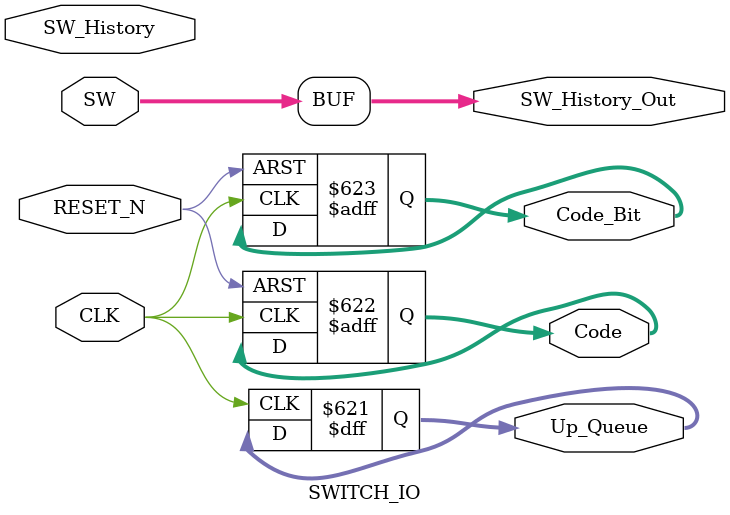
<source format=v>
`timescale 1ns / 1ps


module SWITCH_IO(
  input CLK,
  input RESET_N,
  input [9:0] SW,
  input [9:0] SW_History,

  //R£ºÎªÁË±ÜÃâÖ®ºó always ¿éÄÚ¸³Öµ½øÐÐ reg¡¢wire µÄ×ª»»£¬Ö±½Ó¶¨Òå³É reg
  output reg [7:0] Up_Queue,
  output wire [9:0] SW_History_Out,
  output reg [15:0] Code,
  output reg [2:0] Code_Bit);

  //R£ºÑ­»·¼ÆÊýÆ÷
  reg [3:0] i;
  //R£º±È½Ï½á¹û±êÖ¾ Flag
  reg [1:0] j;
  parameter Byte = 4;
  //R£º¶ÔÓ¦ j µÄ¸÷ÖÖÇé¿ö
  parameter Up = 1;
  parameter Down = 0; //R£ºËÆºõ parameter ²»ÄÜ¸ø³ö¸º³£Á¿£¬±ÜÃâ¸ºÊýµÄÊ¹ÓÃ
  
  ////R:µ±·¢Éú¸Ä±ä£¬Á¢¼´´¦ÀíÐÅºÅ£¬ÓÉÓÚ SWITCH µçÆ½¸Ä±äÎ´±ØºÍÊ±ÖÓÒ»ÖÂ£¬Òò´ËÓ¦¸ÃÎª×éºÏÂß¼­¡¿
  //R£ºÓÐÎó£¡Ãô¸ÐÐÅºÅÓ¦¸ÃÊÇÊ±ÖÓÐÅºÅ
  always@ (posedge CLK or negedge RESET_N)
  begin
   if(!RESET_N)//R£ºRESET_N ´¥·¢µÄÇé¿ö
    begin
      //R£ºÓ²¼þ×´Ì¬¼ÇÂ¼±£³Ö²»±ä£¬ÕâÑùÍ¬²½ RESET_N Ö®ºóÀûÓÃ Ó²¼þ×´Ì¬ ÊµÊ©µÄ ³åÍ»/Ã¬¶Ü´¦Àí ²ÅÊÇÓÐÐ§µÄ
      Up_Queue <= Up_Queue;
      //R£ºÏµÍ³ Í¬²½ RESET_N µÄº¬Òå£¬½«ÄÚ²¿µÄÊý¾ÝÈ«²¿ÖÃÎª³õÊ¼Ì¬
      Code <= 16'hffff; //R£º×¢Òâ Code µÄ³õÊ¼Ì¬²¢²»´æÔÚÓÚÃÜÂëµÄ×Ü¼¯ÖÐ£¬ÓÉÓÚÖ»ÓÐËÄÎ»×ÜÏß£¬È¡ÕâÒ»¸öÌØÊâÖµÒ²ÊÇ¿ÉÒÔµÄ
      Code_Bit <= 3'b0;
    end
   else
    begin
      for ( i = 0; i <= 9 ; i = i + 1)
        begin
          //R£ºÍ¨¹ý±È½Ï£¬½«¸ºÖµµÄÇé¿öÓ³Éäµ½ 0/1/2 ÈýÖÖ£¬±ÜÃâÊ¹ÓÃ integrer
          //R£º×¢Òâ£¡ÔÚ´ËÖÖÇé¿öÏÂ£¬ÓÐ¿ÉÄÜ´æÔÚ³åÍ»¸³ÖµµÄÎÊÌâ£¬¶àÂ·²¢ÐÐÐÅºÅ¶ÔÍ¬Ò»¸ö [1:0]j ½øÐÐ¸³Öµ
          if (SW[i] > SW_History[i]) j = 1;
          else if (SW[i] < SW_History[i]) j = 0;
          else j = 2;
          case(j)
          "Up":
            begin
              if(Up_Queue[3:0] == 4'd0) //R£ºUp µÄ SW ÊýÁ¿ == 0£¬ÒÑ¾­³õÊ¼»¯×öºÃÁË½ÓÊÕÐÂ Up µÄ×¼±¸
                begin 
                  if(0 <= Code_Bit < 4)//R£ºÒÑ³õÊ¼»¯ && Õý³£ÊäÈë×´Ì¬ == ¿ÉÒÔÂ¼Èë
                    begin
                      //R:´¦ÀíÍâ²¿Ó²¼þ×´Ì¬£¬i.e.£¬Up_Queue
                      Up_Queue[7:4] <= i;//R:½ÓÊÕÐÂµÄ Up 
                      Up_Queue[3:0] <= Up_Queue[3:0] + 1;//R: Up ¶ÓÁÐÈë¶Ó¼ÆÊý++
                      //R£º¸üÐÂÄÚ²¿ÐÅºÅ×´Ì¬£¬i.e.£¬ÊµÏÖ I/O
                      Code_Bit <= Code_Bit + 1;//R£º½øÒ»Î»£¬×¼±¸Â¼Èë
                      Code[(Code_Bit * Byte - 1) -:Byte] <= Up_Queue[7:4];//R£º°´ÕÕ i µÄÇé¿ö°´Î»Â¼ÈëÏàÓ¦µÄÃÜÂë
                    end
                  else//R£ºÒÑ³õÊ¼»¯ && ³¬³öÊäÈëÎ»Êý£¨Ð¡ÓÚ0 / ´óÓÚµÈÓÚ4£© == Ó²¼þÓÐ¸Ä±ä µ«²»ÄÜÂ¼Èë
                    begin
                      //R£ºÍâ²¿Ó²¼þ×´Ì¬ÈÔÐèÒª´¦Àí£¬Ö»²»¹ýÄÚ²¿ÐÅºÅ²»×öÏàÓ¦µÄ¸üÐÂ
                      Up_Queue[7:4] <= i;//R:½ÓÊÕÐÂµÄ Up£¬×¢Òâ£¡½ÓÊÕ²»½ÓÊÕ Up ÊÇÓÉ Up_Queue[3:0] ¾ö¶¨
                      Up_Queue[3:0] <= Up_Queue[3:0] + 1;//R: Up ¶ÓÁÐÈë¶Ó¼ÆÊý++
                      //R£º²»¸üÐÂÄÚ²¿ I/O
                      Code_Bit <= Code_Bit;
                      Code <= Code;
                    end
                end
              else//R£º´ËÇ°ÒÑ¾­ÓÐ Up µÄ SW£¬¸ù±¾²»ÓÃ Code_Bit ×Ô¼ì£¬Ö±½ÓËøËÀÄÚ²¿ I/O
              //R£ºµ«Íâ²¿Ó²¼þ×´Ì¬»¹ÊÇÐèÒª¼ÇÂ¼µÄ
              begin
                Up_Queue[7:4] <= Up_Queue[7:4];//R:²»½ÓÊÕÐÂµÄ Up 
                Up_Queue[3:0] <= Up_Queue[3:0] + 1;//R: µ«ÈÔÒª¸üÐÂ Up Èë¶Ó¼ÆÊý
                //R£º²»¸üÐÂÄÚ²¿ I/O
                Code_Bit <= Code_Bit;
                Code <= Code;
              end
            end
          "Down":
            begin
              Code_Bit <= Code_Bit;
              Code <= Code;
              if((Up_Queue[3:0] == 4'd0) || (Up_Queue[3:0] == 4'd1))
                begin
                  Up_Queue[3:0] <= 4'd0;
                  Up_Queue[7:4] <= 4'hF;
                end
              else
                begin
                  Up_Queue[3:0] <= Up_Queue[3:0] - 1;
                  Up_Queue[7:4] <= Up_Queue[7:4];
                end
            end
          default://R£ºÄ³¸ö SW ²»±äµÄÇé¿ö£¬Íâ²¿Ó²¼þ×´Ì¬ & ÄÚ²¿ I/O ¶¼²»×ö¸Ä±ä
            begin
              Up_Queue <= Up_Queue;
              Code_Bit <= Code_Bit;
              Code <= Code;
            end
          endcase
        end
    end
  end

  //R£º´Ë assign ÓëÉÏÃæµÄ always ²¢ÐÐ£¬Êµ¼ÊÉÏÖ»ÊÇ±ÜÃâÐÞ¸Ä input SW£¬ËùÒÔµ¥¶ÀÉèÖÃÐÅºÅ½«ÆäÒý³ö
  assign SW_History_Out = SW;
endmodule

</source>
